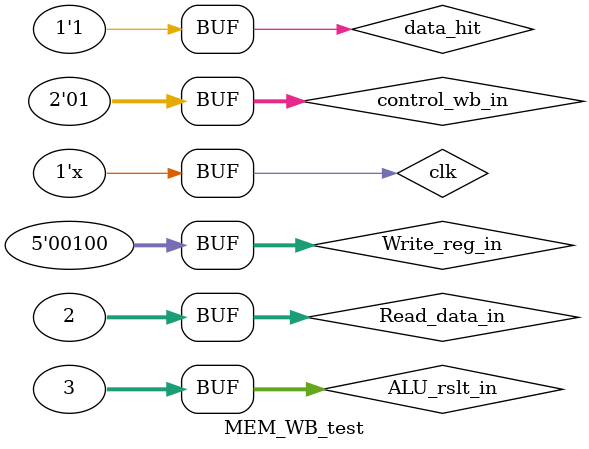
<source format=v>
`timescale 1ns / 1ps


module MEM_WB_test;

	// Inputs
	reg clk;
	reg data_hit;
	reg [1:0] control_wb_in;
	reg [31:0] Read_data_in;
	reg [31:0] ALU_rslt_in;
	reg [4:0] Write_reg_in;

	// Outputs
	wire [1:0] mem_control_wb;
	wire [31:0] Read_data;
	wire [31:0] mem_ALU_result;
	wire [4:0] mem_Write_reg;

	// Instantiate the Unit Under Test (UUT)
	MEM_WB uut (
		.clk(clk), 
		.data_hit(data_hit), 
		.control_wb_in(control_wb_in), 
		.Read_data_in(Read_data_in), 
		.ALU_rslt_in(ALU_rslt_in), 
		.Write_reg_in(Write_reg_in), 
		.mem_control_wb(mem_control_wb), 
		.Read_data(Read_data), 
		.mem_ALU_result(mem_ALU_result), 
		.mem_Write_reg(mem_Write_reg)
	);

	initial begin
		// Initialize Inputs
		clk = 0;
		data_hit = 1;
		control_wb_in = 1;
		Read_data_in = 2;
		ALU_rslt_in = 3;
		Write_reg_in = 4;

		// Wait 100 ns for global reset to finish
		#100;
        
		// Add stimulus here

	end
	
	always
	begin
		#50
		clk = ~clk;
	end
endmodule


</source>
